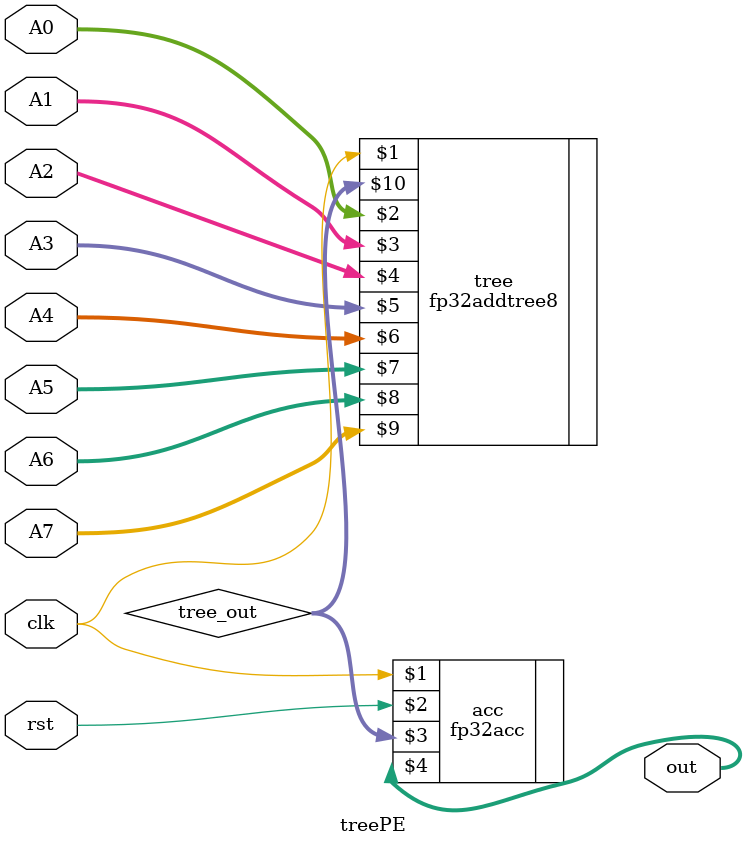
<source format=v>
`timescale 1ns / 1ps


module treePE(
    input clk,
    input rst,
    input [31:0] A0,
    input [31:0] A1,
    input [31:0] A2,
    input [31:0] A3,
    input [31:0] A4,
    input [31:0] A5,
    input [31:0] A6,
    input [31:0] A7,
    output [31:0] out
    );
    
    wire [31:0]tree_out;
    
    fp32addtree8 tree(clk,A0,A1,A2,A3,A4,A5,A6,A7,tree_out);
    
    fp32acc acc(clk,rst,tree_out,out);
    
endmodule

</source>
